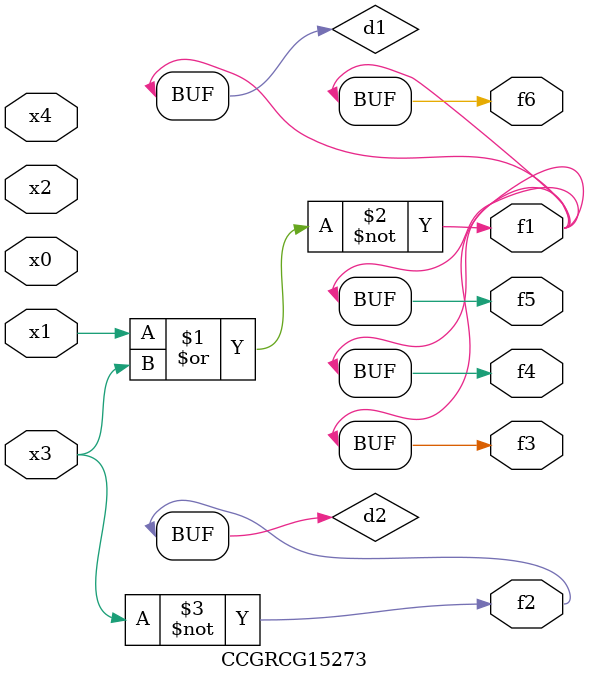
<source format=v>
module CCGRCG15273(
	input x0, x1, x2, x3, x4,
	output f1, f2, f3, f4, f5, f6
);

	wire d1, d2;

	nor (d1, x1, x3);
	not (d2, x3);
	assign f1 = d1;
	assign f2 = d2;
	assign f3 = d1;
	assign f4 = d1;
	assign f5 = d1;
	assign f6 = d1;
endmodule

</source>
